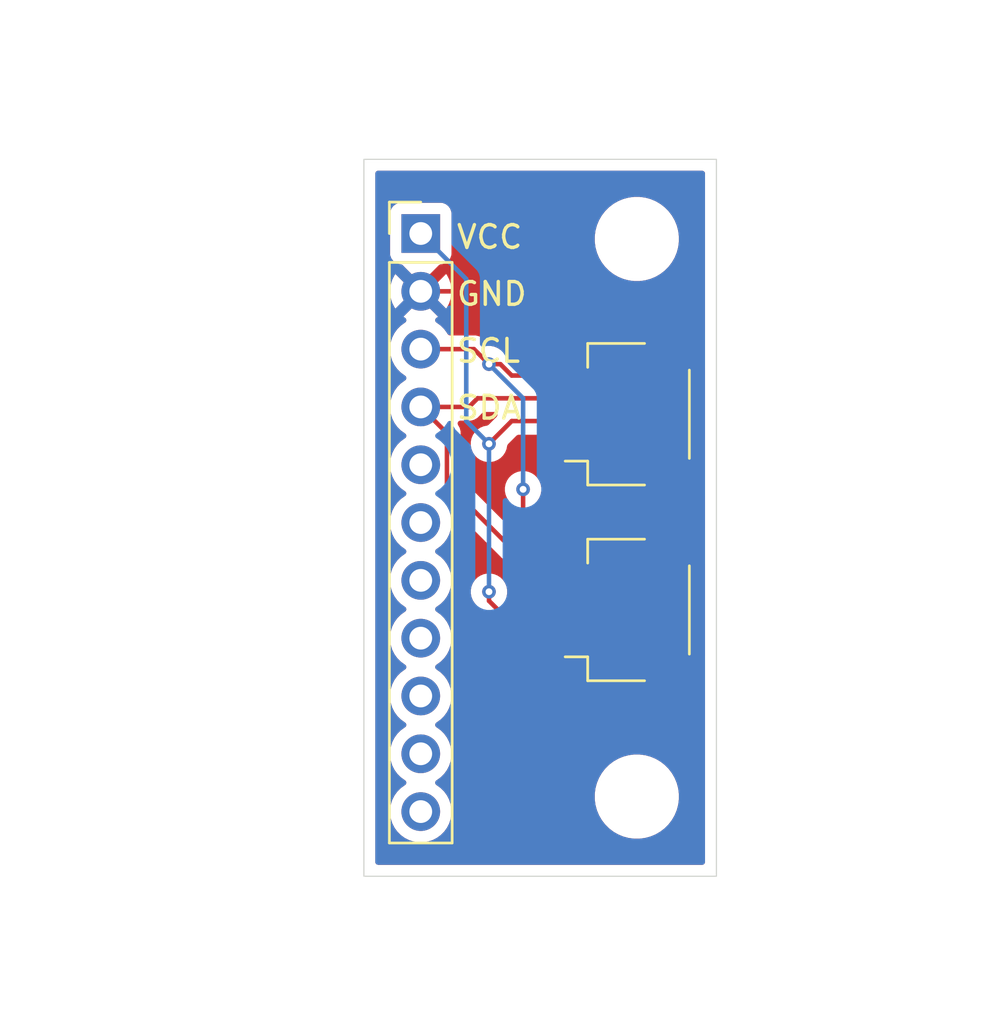
<source format=kicad_pcb>
(kicad_pcb (version 20241229) (generator "pcbnew") (generator_version "9.0")
  (layers (0 "F.Cu" signal "Front") (4 "In1.Cu" signal) (6 "In2.Cu" signal) (2 "B.Cu" signal "Back") (13 "F.Paste" user) (15 "B.Paste" user) (5 "F.SilkS" user "F.Silkscreen") (7 "B.SilkS" user "B.Silkscreen") (1 "F.Mask" user) (3 "B.Mask" user) (25 "Edge.Cuts" user))
  (net 0 "")
  (net 6 "Net-(J1-Pin_3)")
  (net 8 "Net-(J1-Pin_4)")
  (net 10 "GND")
  (net 11 "VCC")
  (footprint "Connector_JST:JST_SH_SM04B-SRSS-TB_1x04-1MP_P1.00mm_Horizontal" (layer "F.Cu") (at 143.125 100.3 90)
    (property "Reference" "J3" (hide yes))
    (property "Value" "Conn_01x04_Pin")
    (fp_line (start 3.11 -1.785) (end 2.06 -1.785) (stroke (width 0.12)) (layer "F.SilkS"))
    (fp_line (start -2.06 -1.785) (end -2.06 -2.775) (stroke (width 0.12)) (layer "F.SilkS"))
    (fp_line (start -3.11 -1.785) (end -2.06 -1.785) (stroke (width 0.12)) (layer "F.SilkS"))
    (fp_line (start 3.11 0.715) (end 3.11 -1.785) (stroke (width 0.12)) (layer "F.SilkS"))
    (fp_line (start -3.11 0.715) (end -3.11 -1.785) (stroke (width 0.12)) (layer "F.SilkS"))
    (fp_line (start -1.94 2.685) (end 1.94 2.685) (stroke (width 0.12)) (layer "F.SilkS"))
    (pad "1" smd roundrect (at -1.5 -2 90) (size 0.6 1.55) (layers "F.Cu" "F.Mask" "F.Paste") (net 10 "GND"))
    (pad "2" smd roundrect (at -0.5 -2 90) (size 0.6 1.55) (layers "F.Cu" "F.Mask" "F.Paste") (net 11 "VCC"))
    (pad "3" smd roundrect (at 0.5 -2 90) (size 0.6 1.55) (layers "F.Cu" "F.Mask" "F.Paste") (net 8 "Net-(J1-Pin_4)"))
    (pad "4" smd roundrect (at 1.5 -2 90) (size 0.6 1.55) (layers "F.Cu" "F.Mask" "F.Paste") (net 6 "Net-(J1-Pin_3)"))
    (pad "MP" smd roundrect (at -2.8 1.875 90) (size 1.2 1.8) (layers "F.Cu" "F.Mask" "F.Paste") (roundrect_rratio 0.208333))
    (pad "MP" smd roundrect (at 2.8 1.875 90) (size 1.2 1.8) (layers "F.Cu" "F.Mask" "F.Paste") (roundrect_rratio 0.208333))
  )
  (footprint "MountingHole:MountingHole_3.2mm_M3" (layer "F.Cu") (at 143.5 84)
    (property "Reference" "H2" (hide yes))
    (property "Value" "MountingHole")
    (pad "" np_thru_hole circle (at 0 0) (size 3.2 3.2) (drill 3.2) (layers "*.Cu" "*.Mask"))
  )
  (footprint "Connector_JST:JST_SH_SM04B-SRSS-TB_1x04-1MP_P1.00mm_Horizontal" (layer "F.Cu") (at 143.125 91.7 90)
    (property "Reference" "J2" (hide yes))
    (property "Value" "Conn_01x04_Pin")
    (fp_line (start 3.11 -1.785) (end 2.06 -1.785) (stroke (width 0.12)) (layer "F.SilkS"))
    (fp_line (start -2.06 -1.785) (end -2.06 -2.775) (stroke (width 0.12)) (layer "F.SilkS"))
    (fp_line (start -3.11 -1.785) (end -2.06 -1.785) (stroke (width 0.12)) (layer "F.SilkS"))
    (fp_line (start 3.11 0.715) (end 3.11 -1.785) (stroke (width 0.12)) (layer "F.SilkS"))
    (fp_line (start -3.11 0.715) (end -3.11 -1.785) (stroke (width 0.12)) (layer "F.SilkS"))
    (fp_line (start -1.94 2.685) (end 1.94 2.685) (stroke (width 0.12)) (layer "F.SilkS"))
    (pad "1" smd roundrect (at -1.5 -2 90) (size 0.6 1.55) (layers "F.Cu" "F.Mask" "F.Paste") (net 10 "GND"))
    (pad "2" smd roundrect (at -0.5 -2 90) (size 0.6 1.55) (layers "F.Cu" "F.Mask" "F.Paste") (net 11 "VCC"))
    (pad "3" smd roundrect (at 0.5 -2 90) (size 0.6 1.55) (layers "F.Cu" "F.Mask" "F.Paste") (net 8 "Net-(J1-Pin_4)"))
    (pad "4" smd roundrect (at 1.5 -2 90) (size 0.6 1.55) (layers "F.Cu" "F.Mask" "F.Paste") (net 6 "Net-(J1-Pin_3)"))
    (pad "MP" smd roundrect (at -2.8 1.875 90) (size 1.2 1.8) (layers "F.Cu" "F.Mask" "F.Paste") (roundrect_rratio 0.208333))
    (pad "MP" smd roundrect (at 2.8 1.875 90) (size 1.2 1.8) (layers "F.Cu" "F.Mask" "F.Paste") (roundrect_rratio 0.208333))
  )
  (footprint "MountingHole:MountingHole_3.2mm_M3" (layer "F.Cu") (at 143.5 108.5)
    (property "Reference" "H1" (hide yes))
    (property "Value" "MountingHole")
    (pad "" np_thru_hole circle (at 0 0) (size 3.2 3.2) (drill 3.2) (layers "*.Cu" "*.Mask"))
  )
  (footprint "Connector_PinHeader_2.54mm:PinHeader_1x11_P2.54mm_Vertical" (layer "F.Cu") (at 134 83.76)
    (property "Reference" "J1" (hide yes))
    (property "Value" "Conn_01x11_Socket")
    (fp_line (start -1.38 -1.38) (end 0 -1.38) (stroke (width 0.12)) (layer "F.SilkS"))
    (fp_line (start -1.38 0) (end -1.38 -1.38) (stroke (width 0.12)) (layer "F.SilkS"))
    (fp_line (start -1.38 1.27) (end -1.38 26.78) (stroke (width 0.12)) (layer "F.SilkS"))
    (fp_line (start -1.38 1.27) (end 1.38 1.27) (stroke (width 0.12)) (layer "F.SilkS"))
    (fp_line (start -1.38 26.78) (end 1.38 26.78) (stroke (width 0.12)) (layer "F.SilkS"))
    (fp_line (start 1.38 1.27) (end 1.38 26.78) (stroke (width 0.12)) (layer "F.SilkS"))
    (pad "1" thru_hole rect (at 0 0) (size 1.7 1.7) (drill 1) (layers "*.Cu" "*.Mask") (net 11 "VCC"))
    (pad "2" thru_hole circle (at 0 2.54) (size 1.7 1.7) (drill 1) (layers "*.Cu" "*.Mask") (net 10 "GND"))
    (pad "3" thru_hole circle (at 0 5.08) (size 1.7 1.7) (drill 1) (layers "*.Cu" "*.Mask") (net 6 "Net-(J1-Pin_3)"))
    (pad "4" thru_hole circle (at 0 7.62) (size 1.7 1.7) (drill 1) (layers "*.Cu" "*.Mask") (net 8 "Net-(J1-Pin_4)"))
    (pad "5" thru_hole circle (at 0 10.16) (size 1.7 1.7) (drill 1) (layers "*.Cu" "*.Mask"))
    (pad "6" thru_hole circle (at 0 12.7) (size 1.7 1.7) (drill 1) (layers "*.Cu" "*.Mask"))
    (pad "7" thru_hole circle (at 0 15.24) (size 1.7 1.7) (drill 1) (layers "*.Cu" "*.Mask"))
    (pad "8" thru_hole circle (at 0 17.78) (size 1.7 1.7) (drill 1) (layers "*.Cu" "*.Mask"))
    (pad "9" thru_hole circle (at 0 20.32) (size 1.7 1.7) (drill 1) (layers "*.Cu" "*.Mask"))
    (pad "10" thru_hole circle (at 0 22.86) (size 1.7 1.7) (drill 1) (layers "*.Cu" "*.Mask"))
    (pad "11" thru_hole circle (at 0 25.4) (size 1.7 1.7) (drill 1) (layers "*.Cu" "*.Mask"))
  )
  (gr_rect (start 131.5 80.5) (end 147 112) (stroke (width 0.05)) (fill no) (layer "Edge.Cuts"))
  (gr_text "VCC\n" (at 135.5 84.5 0) (layer "F.SilkS") (effects (font (size 1 1)) (justify left bottom)))
  (gr_text "SCL\n" (at 135.5 89.5 0) (layer "F.SilkS") (effects (font (size 1 1)) (justify left bottom)))
  (gr_text "SDA" (at 135.5 92 0) (layer "F.SilkS") (effects (font (size 1 1)) (justify left bottom)))
  (gr_text "GND" (at 135.5 87 0) (layer "F.SilkS") (effects (font (size 1 1)) (justify left bottom)))
  (segment (start 137 89.5) (end 136.34 88.84) (width 0.2) (layer "F.Cu") (net 6))
  (segment (start 140.875 98.7) (end 138.5 96.325) (width 0.2) (layer "F.Cu") (net 6))
  (segment (start 137 89.5) (end 137.5 89.5) (width 0.2) (layer "F.Cu") (net 6))
  (segment (start 136.34 88.84) (end 134 88.84) (width 0.2) (layer "F.Cu") (net 6))
  (segment (start 138.5 96.325) (end 138.5 95) (width 0.2) (layer "F.Cu") (net 6))
  (segment (start 137.5 89.5) (end 138 90) (width 0.2) (layer "F.Cu") (net 6))
  (segment (start 138 90) (end 140.5 90) (width 0.2) (layer "F.Cu") (net 6))
  (via (at 138.5 95) (size 0.6) (drill 0.3) (layers "F.Cu" "B.Cu") (net 6))
  (via (at 137 89.5) (size 0.6) (drill 0.3) (layers "F.Cu" "B.Cu") (net 6))
  (segment (start 138.5 95) (end 138.5 91) (width 0.2) (layer "B.Cu") (net 6))
  (segment (start 138.5 91) (end 137 89.5) (width 0.2) (layer "B.Cu") (net 6))
  (segment (start 140.100001 99.7) (end 140.875 99.7) (width 0.2) (layer "F.Cu") (net 8))
  (segment (start 136.5 91) (end 136.12 91.38) (width 0.2) (layer "F.Cu") (net 8))
  (segment (start 136.12 91.38) (end 134 91.38) (width 0.2) (layer "F.Cu") (net 8))
  (segment (start 134 91.38) (end 135.151 92.531) (width 0.2) (layer "F.Cu") (net 8))
  (segment (start 135.151 92.531) (end 135.151 94.750999) (width 0.2) (layer "F.Cu") (net 8))
  (segment (start 140.5 91) (end 136.5 91) (width 0.2) (layer "F.Cu") (net 8))
  (segment (start 135.151 94.750999) (end 140.100001 99.7) (width 0.2) (layer "F.Cu") (net 8))
  (segment (start 141.576 92.698999) (end 141.576 89.659032) (width 0.2) (layer "F.Cu") (net 10))
  (segment (start 142.3 101.7) (end 140.875 101.7) (width 0.2) (layer "F.Cu") (net 10))
  (segment (start 140.5 93) (end 142.5 95) (width 0.2) (layer "F.Cu") (net 10))
  (segment (start 142.5 95) (end 142.5 101.5) (width 0.2) (layer "F.Cu") (net 10))
  (segment (start 140.5 93) (end 141.274999 93) (width 0.2) (layer "F.Cu") (net 10))
  (segment (start 138.216968 86.3) (end 134 86.3) (width 0.2) (layer "F.Cu") (net 10))
  (segment (start 141.576 89.659032) (end 138.216968 86.3) (width 0.2) (layer "F.Cu") (net 10))
  (segment (start 142.5 101.5) (end 142.3 101.7) (width 0.2) (layer "F.Cu") (net 10))
  (segment (start 141.274999 93) (end 141.576 92.698999) (width 0.2) (layer "F.Cu") (net 10))
  (segment (start 138 92) (end 137 93) (width 0.2) (layer "F.Cu") (net 11))
  (segment (start 137.8 100.7) (end 140.875 100.7) (width 0.2) (layer "F.Cu") (net 11))
  (segment (start 140.5 92) (end 138 92) (width 0.2) (layer "F.Cu") (net 11))
  (segment (start 137 99.9) (end 137.8 100.7) (width 0.2) (layer "F.Cu") (net 11))
  (segment (start 137 99.5) (end 137 99.9) (width 0.2) (layer "F.Cu") (net 11))
  (via (at 137 99.5) (size 0.6) (drill 0.3) (layers "F.Cu" "B.Cu") (net 11))
  (via (at 137 93) (size 0.6) (drill 0.3) (layers "F.Cu" "B.Cu") (net 11))
  (segment (start 136 92) (end 136 85.76) (width 0.2) (layer "B.Cu") (net 11))
  (segment (start 136 85.76) (end 134 83.76) (width 0.2) (layer "B.Cu") (net 11))
  (segment (start 137 99.5) (end 137 93) (width 0.2) (layer "B.Cu") (net 11))
  (segment (start 137 93) (end 136 92) (width 0.2) (layer "B.Cu") (net 11))
  (zone (net 10) (net_name "GND") (layers "F.Cu" "B.Cu") (connect_pads (clearance 0.5)) (min_thickness 0.25) (fill yes (thermal_gap 0.5) (thermal_bridge_width 0.5))
    (polygon (pts (xy 159 78) (xy 144 73.5) (xy 115.5 82.5) (xy 129 118) (xy 157.5 118.5)))
  )
)
</source>
